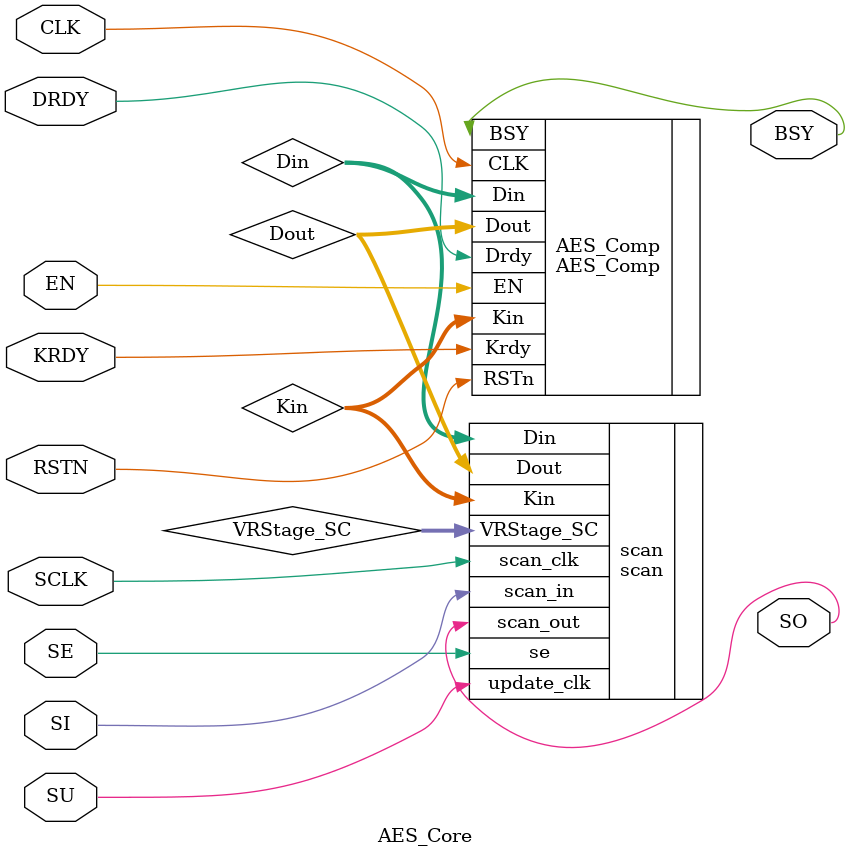
<source format=v>
`timescale 1ns / 1ps

//`define mykey 128'h80000000000000000000000000000000
//`define myin 128'h50a5ffe6ada8470916bfb9512e95c6ff
//`define myout 128'h8997889b513ff24958e2bd3964984a3a

module AES_Core(
    input SI, SE, SU, SCLK, RSTN, EN, KRDY, DRDY, CLK,
    output SO, BSY//, CLKOUT
    );

//    assign CLKOUT = CLK;
  
    wire  [127:0] Kin;  // Key input
    wire  [127:0] Din;  // Data input
    wire [127:0] Dout; // Data output
    wire [7:0] VRStage_SC;
    
    AES_Comp AES_Comp(.Kin(Kin), .Din(Din), .Dout(Dout), .Krdy(KRDY), .Drdy(DRDY), .RSTn(RSTN), .EN(EN), .CLK(CLK), .BSY(BSY));
    scan scan(.scan_in(SI), .scan_out(SO), .scan_clk(SCLK), .update_clk(SU), .se(SE), .VRStage_SC(VRStage_SC), .Din(Din), .Kin(Kin), .Dout(Dout));


endmodule

</source>
